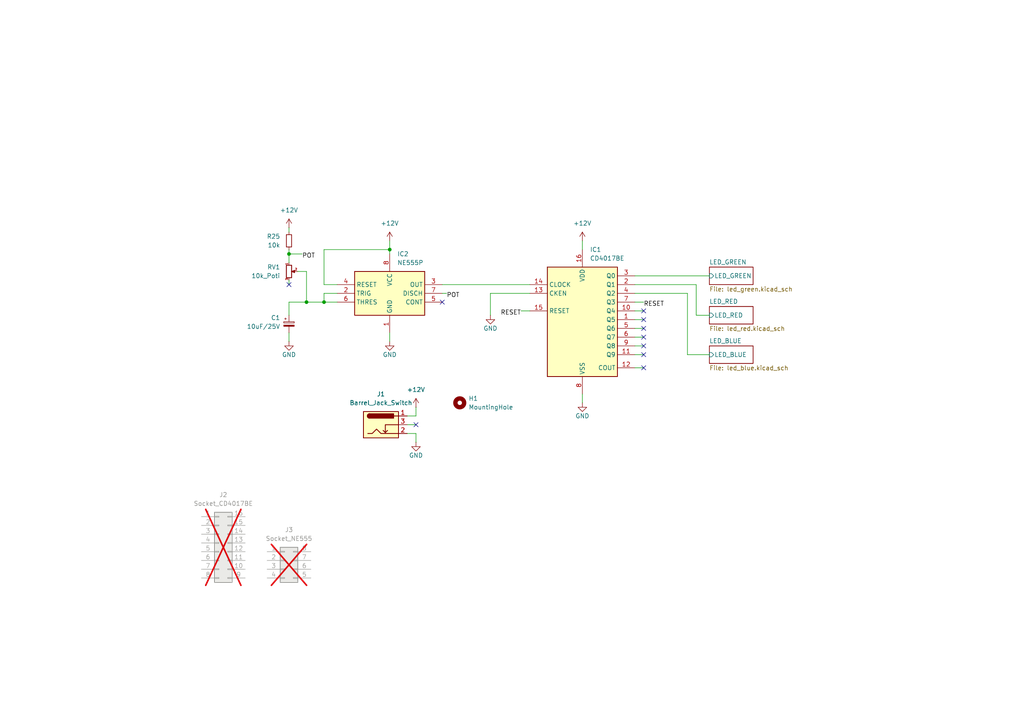
<source format=kicad_sch>
(kicad_sch (version 20231120) (generator "eeschema") (generator_version "8.0")
  (paper "A4")
  (lib_symbols
    (symbol "Connector:Barrel_Jack_Switch" (pin_names hide)
      (property "Reference" "J" (at 0 5.334 0))
      (property "Value" "Barrel_Jack_Switch" (at 0 -5.08 0))
      (symbol "Barrel_Jack_Switch_0_1"
        (rectangle (start -5.08 3.81) (end 5.08 -3.81) (stroke (width 0.254)) (fill (type background)))
        (arc (start -3.302 3.175) (mid -3.9343 2.54) (end -3.302 1.905) (stroke (width 0.254)))
        (arc (start -3.302 3.175) (mid -3.9343 2.54) (end -3.302 1.905) (stroke (width 0.254)) (fill (type outline)))
        (polyline (pts (xy 1.27 -2.286) (xy 1.905 -1.651)) (stroke (width 0.254)))
        (polyline (pts (xy 5.08 2.54) (xy 3.81 2.54)) (stroke (width 0.254)))
        (polyline (pts (xy 5.08 0) (xy 1.27 0) (xy 1.27 -2.286) (xy 0.635 -1.651)) (stroke (width 0.254)))
        (polyline (pts (xy -3.81 -2.54) (xy -2.54 -2.54) (xy -1.27 -1.27) (xy 0 -2.54) (xy 2.54 -2.54) (xy 5.08 -2.54)) (stroke (width 0.254)))
        (rectangle (start 3.683 3.175) (end -3.302 1.905) (stroke (width 0.254)) (fill (type outline)))
      )
      (symbol "Barrel_Jack_Switch_1_1"
        (pin passive line (at 7.62 2.54 180) (length 2.54) (name "~") (number "1"))
        (pin passive line (at 7.62 -2.54 180) (length 2.54) (name "~") (number "2"))
        (pin passive line (at 7.62 0 180) (length 2.54) (name "~") (number "3"))
      )
    )
    (symbol "Connector_Generic:Conn_02x04_Counter_Clockwise" (pin_names (offset 1.016) hide)
      (property "Reference" "J" (at 1.27 5.08 0))
      (property "Value" "Conn_02x04_Counter_Clockwise" (at 1.27 -7.62 0))
      (symbol "Conn_02x04_Counter_Clockwise_1_1"
        (rectangle (start -1.27 -4.953) (end 0 -5.207) (stroke (width 0.1524)))
        (rectangle (start -1.27 -2.413) (end 0 -2.667) (stroke (width 0.1524)))
        (rectangle (start -1.27 0.127) (end 0 -0.127) (stroke (width 0.1524)))
        (rectangle (start -1.27 2.667) (end 0 2.413) (stroke (width 0.1524)))
        (rectangle (start -1.27 3.81) (end 3.81 -6.35) (stroke (width 0.254)) (fill (type background)))
        (rectangle (start 3.81 -4.953) (end 2.54 -5.207) (stroke (width 0.1524)))
        (rectangle (start 3.81 -2.413) (end 2.54 -2.667) (stroke (width 0.1524)))
        (rectangle (start 3.81 0.127) (end 2.54 -0.127) (stroke (width 0.1524)))
        (rectangle (start 3.81 2.667) (end 2.54 2.413) (stroke (width 0.1524)))
        (pin passive line (at -5.08 2.54 0) (length 3.81) (name "Pin_1") (number "1"))
        (pin passive line (at -5.08 0 0) (length 3.81) (name "Pin_2") (number "2"))
        (pin passive line (at -5.08 -2.54 0) (length 3.81) (name "Pin_3") (number "3"))
        (pin passive line (at -5.08 -5.08 0) (length 3.81) (name "Pin_4") (number "4"))
        (pin passive line (at 7.62 -5.08 180) (length 3.81) (name "Pin_5") (number "5"))
        (pin passive line (at 7.62 -2.54 180) (length 3.81) (name "Pin_6") (number "6"))
        (pin passive line (at 7.62 0 180) (length 3.81) (name "Pin_7") (number "7"))
        (pin passive line (at 7.62 2.54 180) (length 3.81) (name "Pin_8") (number "8"))
      )
    )
    (symbol "Connector_Generic:Conn_02x08_Counter_Clockwise" (pin_names (offset 1.016) hide)
      (property "Reference" "J" (at 1.27 10.16 0))
      (property "Value" "Conn_02x08_Counter_Clockwise" (at 1.27 -12.7 0))
      (symbol "Conn_02x08_Counter_Clockwise_1_1"
        (rectangle (start -1.27 -10.033) (end 0 -10.287) (stroke (width 0.1524)))
        (rectangle (start -1.27 -7.493) (end 0 -7.747) (stroke (width 0.1524)))
        (rectangle (start -1.27 -4.953) (end 0 -5.207) (stroke (width 0.1524)))
        (rectangle (start -1.27 -2.413) (end 0 -2.667) (stroke (width 0.1524)))
        (rectangle (start -1.27 0.127) (end 0 -0.127) (stroke (width 0.1524)))
        (rectangle (start -1.27 2.667) (end 0 2.413) (stroke (width 0.1524)))
        (rectangle (start -1.27 5.207) (end 0 4.953) (stroke (width 0.1524)))
        (rectangle (start -1.27 7.747) (end 0 7.493) (stroke (width 0.1524)))
        (rectangle (start -1.27 8.89) (end 3.81 -11.43) (stroke (width 0.254)) (fill (type background)))
        (rectangle (start 3.81 -10.033) (end 2.54 -10.287) (stroke (width 0.1524)))
        (rectangle (start 3.81 -7.493) (end 2.54 -7.747) (stroke (width 0.1524)))
        (rectangle (start 3.81 -4.953) (end 2.54 -5.207) (stroke (width 0.1524)))
        (rectangle (start 3.81 -2.413) (end 2.54 -2.667) (stroke (width 0.1524)))
        (rectangle (start 3.81 0.127) (end 2.54 -0.127) (stroke (width 0.1524)))
        (rectangle (start 3.81 2.667) (end 2.54 2.413) (stroke (width 0.1524)))
        (rectangle (start 3.81 5.207) (end 2.54 4.953) (stroke (width 0.1524)))
        (rectangle (start 3.81 7.747) (end 2.54 7.493) (stroke (width 0.1524)))
        (pin passive line (at -5.08 7.62 0) (length 3.81) (name "Pin_1") (number "1"))
        (pin passive line (at 7.62 -7.62 180) (length 3.81) (name "Pin_10") (number "10"))
        (pin passive line (at 7.62 -5.08 180) (length 3.81) (name "Pin_11") (number "11"))
        (pin passive line (at 7.62 -2.54 180) (length 3.81) (name "Pin_12") (number "12"))
        (pin passive line (at 7.62 0 180) (length 3.81) (name "Pin_13") (number "13"))
        (pin passive line (at 7.62 2.54 180) (length 3.81) (name "Pin_14") (number "14"))
        (pin passive line (at 7.62 5.08 180) (length 3.81) (name "Pin_15") (number "15"))
        (pin passive line (at 7.62 7.62 180) (length 3.81) (name "Pin_16") (number "16"))
        (pin passive line (at -5.08 5.08 0) (length 3.81) (name "Pin_2") (number "2"))
        (pin passive line (at -5.08 2.54 0) (length 3.81) (name "Pin_3") (number "3"))
        (pin passive line (at -5.08 0 0) (length 3.81) (name "Pin_4") (number "4"))
        (pin passive line (at -5.08 -2.54 0) (length 3.81) (name "Pin_5") (number "5"))
        (pin passive line (at -5.08 -5.08 0) (length 3.81) (name "Pin_6") (number "6"))
        (pin passive line (at -5.08 -7.62 0) (length 3.81) (name "Pin_7") (number "7"))
        (pin passive line (at -5.08 -10.16 0) (length 3.81) (name "Pin_8") (number "8"))
        (pin passive line (at 7.62 -10.16 180) (length 3.81) (name "Pin_9") (number "9"))
      )
    )
    (symbol "Device:C_Polarized_Small" (pin_numbers hide) (pin_names (offset 0.254) hide)
      (property "Reference" "C" (at 0.254 1.778 0))
      (property "Value" "C_Polarized_Small" (at 0.254 -2.032 0))
      (symbol "C_Polarized_Small_0_1"
        (rectangle (start -1.524 -0.3048) (end 1.524 -0.6858) (fill (type outline)))
        (rectangle (start -1.524 0.6858) (end 1.524 0.3048))
        (polyline (pts (xy -1.27 1.524) (xy -0.762 1.524)))
        (polyline (pts (xy -1.016 1.27) (xy -1.016 1.778)))
      )
      (symbol "C_Polarized_Small_1_1"
        (pin passive line (at 0 2.54 270) (length 1.8542) (name "~") (number "1"))
        (pin passive line (at 0 -2.54 90) (length 1.8542) (name "~") (number "2"))
      )
    )
    (symbol "Device:R_Potentiometer_Small" (pin_names (offset 1.016) hide)
      (property "Reference" "RV" (at -4.445 0 90))
      (property "Value" "R_Potentiometer_Small" (at -2.54 0 90))
      (symbol "R_Potentiometer_Small_0_1"
        (polyline (pts (xy 0.889 0) (xy 0.635 0) (xy 1.651 0.381) (xy 1.651 -0.381) (xy 0.635 0) (xy 0.889 0)) (fill (type outline)))
        (rectangle (start 0.762 1.8034) (end -0.762 -1.8034) (stroke (width 0.254)))
      )
      (symbol "R_Potentiometer_Small_1_1"
        (pin passive line (at 0 2.54 270) (length 0.635) (name "1") (number "1"))
        (pin passive line (at 2.54 0 180) (length 0.9906) (name "2") (number "2"))
        (pin passive line (at 0 -2.54 90) (length 0.635) (name "3") (number "3"))
      )
    )
    (symbol "Device:R_Small" (pin_numbers hide) (pin_names (offset 0.254) hide)
      (property "Reference" "R" (at 0.762 0.508 0))
      (property "Value" "R_Small" (at 0.762 -1.016 0))
      (symbol "R_Small_0_1"
        (rectangle (start -0.762 1.778) (end 0.762 -1.778) (stroke (width 0.2032)))
      )
      (symbol "R_Small_1_1"
        (pin passive line (at 0 2.54 270) (length 0.762) (name "~") (number "1"))
        (pin passive line (at 0 -2.54 90) (length 0.762) (name "~") (number "2"))
      )
    )
    (symbol "Mechanical:MountingHole" (pin_names (offset 1.016)) (exclude_from_sim yes) (in_bom no)
      (property "Reference" "H" (at 0 5.08 0))
      (property "Value" "MountingHole" (at 0 3.175 0))
      (symbol "MountingHole_0_1"
        (circle (center 0 0) (radius 1.27) (stroke (width 1.27)))
      )
    )
    (symbol "ProjectSymbols:CD4017BE"
      (property "Reference" "IC" (at 34.29 7.62 0))
      (property "Value" "CD4017BE" (at 34.29 5.08 0))
      (symbol "CD4017BE_1_1"
        (rectangle (start 15.24 2.54) (end 35.56 -29.21) (stroke (width 0.254)) (fill (type background)))
        (pin passive line (at 40.64 -12.7 180) (length 5.08) (name "Q5") (number "1"))
        (pin passive line (at 40.64 -10.16 180) (length 5.08) (name "Q4") (number "10"))
        (pin passive line (at 40.64 -22.86 180) (length 5.08) (name "Q9") (number "11"))
        (pin passive line (at 40.64 -26.67 180) (length 5.08) (name "COUT") (number "12"))
        (pin passive line (at 10.16 -5.08 0) (length 5.08) (name "CKEN") (number "13"))
        (pin passive line (at 10.16 -2.54 0) (length 5.08) (name "CLOCK") (number "14"))
        (pin passive line (at 10.16 -10.16 0) (length 5.08) (name "RESET") (number "15"))
        (pin passive line (at 25.4 7.62 270) (length 5.08) (name "VDD") (number "16"))
        (pin passive line (at 40.64 -2.54 180) (length 5.08) (name "Q1") (number "2"))
        (pin passive line (at 40.64 0 180) (length 5.08) (name "Q0") (number "3"))
        (pin passive line (at 40.64 -5.08 180) (length 5.08) (name "Q2") (number "4"))
        (pin passive line (at 40.64 -15.24 180) (length 5.08) (name "Q6") (number "5"))
        (pin passive line (at 40.64 -17.78 180) (length 5.08) (name "Q7") (number "6"))
        (pin passive line (at 40.64 -7.62 180) (length 5.08) (name "Q3") (number "7"))
        (pin passive line (at 25.4 -34.29 90) (length 5.08) (name "VSS") (number "8"))
        (pin passive line (at 40.64 -20.32 180) (length 5.08) (name "Q8") (number "9"))
      )
    )
    (symbol "ProjectSymbols:NE555P"
      (property "Reference" "IC2" (at 2.1941 11.43 0))
      (property "Value" "NE555P" (at 2.1941 8.89 0))
      (symbol "NE555P_1_1"
        (rectangle (start -10.16 6.35) (end 10.16 -6.35) (stroke (width 0.254)) (fill (type background)))
        (pin passive line (at 0 -11.43 90) (length 5.08) (name "GND") (number "1"))
        (pin passive line (at -15.24 0 0) (length 5.08) (name "TRIG") (number "2"))
        (pin passive line (at 15.24 2.54 180) (length 5.08) (name "OUT") (number "3"))
        (pin passive line (at -15.24 2.54 0) (length 5.08) (name "RESET") (number "4"))
        (pin passive line (at 15.24 -2.54 180) (length 5.08) (name "CONT") (number "5"))
        (pin passive line (at -15.24 -2.54 0) (length 5.08) (name "THRES") (number "6"))
        (pin passive line (at 15.24 0 180) (length 5.08) (name "DISCH") (number "7"))
        (pin passive line (at 0 11.43 270) (length 5.08) (name "VCC") (number "8"))
      )
    )
    (symbol "power:+12V" (power) (pin_numbers hide) (pin_names (offset 0) hide)
      (property "Value" "+12V" (at 0 3.556 0))
      (symbol "+12V_0_1"
        (polyline (pts (xy -0.762 1.27) (xy 0 2.54)))
        (polyline (pts (xy 0 0) (xy 0 2.54)))
        (polyline (pts (xy 0 2.54) (xy 0.762 1.27)))
      )
      (symbol "+12V_1_1"
        (pin power_in line (at 0 0 90) (length 0) (name "~") (number "1"))
      )
    )
    (symbol "power:GND" (power) (pin_numbers hide) (pin_names (offset 0) hide)
      (property "Value" "GND" (at 0 -3.81 0))
      (symbol "GND_0_1"
        (polyline (pts (xy 0 0) (xy 0 -1.27) (xy 1.27 -1.27) (xy 0 -2.54) (xy -1.27 -1.27) (xy 0 -1.27)))
      )
      (symbol "GND_1_1"
        (pin power_in line (at 0 0 270) (length 0) (name "~") (number "1"))
      )
    )
  )
  (junction (at 88.9 87.63))
  (junction (at 113.03 72.39))
  (junction (at 83.82 73.66))
  (junction (at 93.98 87.63))
  (no_connect (at 186.69 90.17))
  (no_connect (at 186.69 102.87))
  (no_connect (at 83.82 82.55))
  (no_connect (at 186.69 97.79))
  (no_connect (at 120.65 123.19))
  (no_connect (at 186.69 95.25))
  (no_connect (at 186.69 100.33))
  (no_connect (at 186.69 106.68))
  (no_connect (at 186.69 92.71))
  (no_connect (at 128.27 87.63))
  (wire (pts (xy 184.15 100.33) (xy 186.69 100.33)))
  (wire (pts (xy 120.65 118.11) (xy 120.65 120.65)))
  (wire (pts (xy 184.15 90.17) (xy 186.69 90.17)))
  (wire (pts (xy 129.54 85.09) (xy 128.27 85.09)))
  (wire (pts (xy 168.91 69.85) (xy 168.91 72.39)))
  (wire (pts (xy 93.98 82.55) (xy 97.79 82.55)))
  (wire (pts (xy 88.9 78.74) (xy 86.36 78.74)))
  (wire (pts (xy 113.03 69.85) (xy 113.03 72.39)))
  (wire (pts (xy 113.03 72.39) (xy 113.03 73.66)))
  (wire (pts (xy 113.03 99.06) (xy 113.03 96.52)))
  (wire (pts (xy 93.98 72.39) (xy 113.03 72.39)))
  (wire (pts (xy 88.9 87.63) (xy 88.9 78.74)))
  (wire (pts (xy 199.39 85.09) (xy 199.39 102.87)))
  (wire (pts (xy 83.82 73.66) (xy 87.63 73.66)))
  (wire (pts (xy 118.11 123.19) (xy 120.65 123.19)))
  (wire (pts (xy 83.82 96.52) (xy 83.82 99.06)))
  (wire (pts (xy 184.15 80.01) (xy 205.74 80.01)))
  (wire (pts (xy 93.98 85.09) (xy 93.98 87.63)))
  (wire (pts (xy 184.15 92.71) (xy 186.69 92.71)))
  (wire (pts (xy 186.69 87.63) (xy 184.15 87.63)))
  (wire (pts (xy 151.13 90.17) (xy 153.67 90.17)))
  (wire (pts (xy 83.82 72.39) (xy 83.82 73.66)))
  (wire (pts (xy 97.79 87.63) (xy 93.98 87.63)))
  (wire (pts (xy 93.98 82.55) (xy 93.98 72.39)))
  (wire (pts (xy 88.9 87.63) (xy 93.98 87.63)))
  (wire (pts (xy 83.82 73.66) (xy 83.82 76.2)))
  (wire (pts (xy 184.15 97.79) (xy 186.69 97.79)))
  (wire (pts (xy 83.82 66.04) (xy 83.82 67.31)))
  (wire (pts (xy 142.24 91.44) (xy 142.24 85.09)))
  (wire (pts (xy 201.93 91.44) (xy 205.74 91.44)))
  (wire (pts (xy 88.9 87.63) (xy 83.82 87.63)))
  (wire (pts (xy 118.11 120.65) (xy 120.65 120.65)))
  (wire (pts (xy 201.93 82.55) (xy 201.93 91.44)))
  (wire (pts (xy 168.91 116.84) (xy 168.91 114.3)))
  (wire (pts (xy 199.39 102.87) (xy 205.74 102.87)))
  (wire (pts (xy 142.24 85.09) (xy 153.67 85.09)))
  (wire (pts (xy 128.27 82.55) (xy 153.67 82.55)))
  (wire (pts (xy 184.15 82.55) (xy 201.93 82.55)))
  (wire (pts (xy 83.82 82.55) (xy 83.82 81.28)))
  (wire (pts (xy 184.15 106.68) (xy 186.69 106.68)))
  (wire (pts (xy 83.82 87.63) (xy 83.82 91.44)))
  (wire (pts (xy 118.11 125.73) (xy 120.65 125.73)))
  (wire (pts (xy 184.15 95.25) (xy 186.69 95.25)))
  (wire (pts (xy 184.15 85.09) (xy 199.39 85.09)))
  (wire (pts (xy 97.79 85.09) (xy 93.98 85.09)))
  (wire (pts (xy 120.65 125.73) (xy 120.65 128.27)))
  (wire (pts (xy 184.15 102.87) (xy 186.69 102.87)))
  (label "RESET" (at 186.69 87.63 0))
  (label "RESET" (at 151.13 90.17 180))
  (label "POT" (at 129.54 85.09 0))
  (label "POT" (at 87.63 73.66 0))
  (symbol (lib_id "power:GND") (at 142.24 91.44 0) (unit 1)
    (property "Reference" "#PWR4" (effects (hide yes)))
    (property "Value" "GND" (at 142.24 95.25 0))
    (property "Description" "Power symbol creates a global label with name \"GND\" , ground" (effects (hide yes)))
  )
  (symbol (lib_id "ProjectSymbols:CD4017BE") (at 143.51 80.01 0) (unit 1)
    (property "Reference" "IC1" (at 171.1041 72.39 0) (effects (justify left)))
    (property "Value" "CD4017BE" (at 171.1041 74.93 0) (effects (justify left)))
    (property "Footprint" "ProjectFootprints:CD4017BE" (effects (hide yes)))
    (property "Datasheet" "http://www.ti.com/lit/gpn/cd4017b" (effects (hide yes)))
    (property "Description" "CMOS Decade Counter with 10 Decoded Outputs" (effects (hide yes)))
    (property "MNR" "595-CD4017BE " (effects (hide yes)))
    (property "LCSC" "C51898328" (effects (hide yes)))
  )
  (symbol (lib_id "ProjectSymbols:NE555P") (at 113.03 85.09 0) (unit 1)
    (property "Reference" "IC2" (at 115.2241 73.66 0) (effects (justify left)))
    (property "Value" "NE555P" (at 115.2241 76.2 0) (effects (justify left)))
    (property "Footprint" "ProjectFootprints:NE555P" (effects (hide yes)))
    (property "Datasheet" "https://www.ti.com/lit/gpn/ne555" (effects (hide yes)))
    (property "Description" "Precision timer,NE555P 0.5MHz DIL8 Texas Instruments NE555P, Precision Timer, 4.5  16 V, 8-Pin PDIP" (effects (hide yes)))
    (property "MNR" "595-NE555P" (effects (hide yes)))
    (property "LCSC" "C51927330" (effects (hide yes)))
  )
  (symbol (lib_id "Connector_Generic:Conn_02x04_Counter_Clockwise") (at 82.55 162.56 0) (unit 1) (exclude_from_sim yes) (on_board no) (dnp yes)
    (property "Reference" "J3" (at 83.82 153.67 0))
    (property "Value" "Socket_NE555" (at 83.82 156.21 0))
    (property "MNR" "571-1-2199298-2 " (effects (hide yes)))
    (property "LCSC" "C72124" (effects (hide yes)))
  )
  (symbol (lib_id "power:+12V") (at 168.91 69.85 0) (unit 1)
    (property "Reference" "#PWR3" (effects (hide yes)))
    (property "Value" "+12V" (at 168.91 64.77 0))
    (property "Description" "Power symbol creates a global label with name \"+12V\"" (effects (hide yes)))
  )
  (symbol (lib_id "power:+12V") (at 120.65 118.11 0) (unit 1)
    (property "Reference" "#PWR8" (effects (hide yes)))
    (property "Value" "+12V" (at 120.65 113.03 0))
    (property "Description" "Power symbol creates a global label with name \"+12V\"" (effects (hide yes)))
  )
  (symbol (lib_id "Connector:Barrel_Jack_Switch") (at 110.49 123.19 0) (unit 1)
    (property "Reference" "J1" (at 110.49 114.3 0))
    (property "Value" "Barrel_Jack_Switch" (at 110.49 116.84 0))
    (property "Footprint" "Connector_BarrelJack:BarrelJack_Horizontal" (effects (hide yes)))
    (property "Datasheet" "https://www.we-online.com/components/products/datasheet/694106301002.pdf" (effects (hide yes)))
    (property "Description" "DC Barrel Jack with an internal switch" (effects (hide yes)))
    (property "MNR" "710-694106301002 " (effects (hide yes)))
    (property "LCSC" "C3096082" (effects (hide yes)))
  )
  (symbol (lib_id "Device:C_Polarized_Small") (at 83.82 93.98 0) (unit 1)
    (property "Reference" "C1" (at 81.28 92.1638 0) (effects (justify right)))
    (property "Value" "10uF/25V" (at 81.28 94.7038 0) (effects (justify right)))
    (property "Footprint" "Capacitor_THT:CP_Radial_D4.0mm_P2.00mm" (effects (hide yes)))
    (property "Datasheet" "https://www.we-online.com/components/products/datasheet/860010472002.pdf" (effects (hide yes)))
    (property "Description" "Polarized capacitor, small symbol" (effects (hide yes)))
    (property "MNR" "710-860010472002" (effects (hide yes)))
    (property "LCSC" "C43347" (effects (hide yes)))
  )
  (symbol (lib_id "power:GND") (at 120.65 128.27 0) (unit 1)
    (property "Reference" "#PWR9" (effects (hide yes)))
    (property "Value" "GND" (at 120.65 132.08 0))
    (property "Description" "Power symbol creates a global label with name \"GND\" , ground" (effects (hide yes)))
  )
  (symbol (lib_id "Device:R_Small") (at 83.82 69.85 0) (unit 1)
    (property "Reference" "R25" (at 81.28 68.5799 0) (effects (justify right)))
    (property "Value" "10k" (at 81.28 71.1199 0) (effects (justify right)))
    (property "Footprint" "Resistor_THT:R_Axial_DIN0204_L3.6mm_D1.6mm_P7.62mm_Horizontal" (effects (hide yes)))
    (property "Datasheet" "https://eu.mouser.com/datasheet/3/508/1/YAGEO%20CFR_datasheet_2023v2.pdf" (effects (hide yes)))
    (property "Description" "Resistor, small symbol" (effects (hide yes)))
    (property "MNR" "603-CFR100JR-52-10K" (effects (hide yes)))
    (property "LCSC" "C2903232" (effects (hide yes)))
  )
  (symbol (lib_id "Device:R_Potentiometer_Small") (at 83.82 78.74 0) (unit 1)
    (property "Reference" "RV1" (at 81.28 77.4699 0) (effects (justify right)))
    (property "Value" "10k_Poti" (at 81.28 80.0099 0) (effects (justify right)))
    (property "Footprint" "Potentiometer_THT:Potentiometer_Runtron_RM-065_Vertical" (effects (hide yes)))
    (property "Datasheet" "https://eu.mouser.com/datasheet/3/6118/1/ptn06.pdf" (effects (hide yes)))
    (property "Description" "Potentiometer" (effects (hide yes)))
    (property "MNR" "179-PTN06-B10CB20-H " (effects (hide yes)))
    (property "LCSC" "C5205021" (effects (hide yes)))
  )
  (symbol (lib_id "power:+12V") (at 113.03 69.85 0) (unit 1)
    (property "Reference" "#PWR2" (effects (hide yes)))
    (property "Value" "+12V" (at 113.03 64.77 0))
    (property "Description" "Power symbol creates a global label with name \"+12V\"" (effects (hide yes)))
  )
  (symbol (lib_id "power:GND") (at 168.91 116.84 0) (unit 1)
    (property "Reference" "#PWR7" (effects (hide yes)))
    (property "Value" "GND" (at 168.91 120.65 0))
    (property "Description" "Power symbol creates a global label with name \"GND\" , ground" (effects (hide yes)))
  )
  (symbol (lib_id "Mechanical:MountingHole") (at 133.35 116.84 0) (unit 1) (exclude_from_sim yes) (in_bom no)
    (property "Reference" "H1" (at 135.89 115.5699 0) (effects (justify left)))
    (property "Value" "MountingHole" (at 135.89 118.1099 0) (effects (justify left)))
    (property "Footprint" "MountingHole:MountingHole_3.2mm_M3" (effects (hide yes)))
    (property "Description" "Mounting Hole without connection" (effects (hide yes)))
  )
  (symbol (lib_id "power:GND") (at 113.03 99.06 0) (unit 1)
    (property "Reference" "#PWR6" (effects (hide yes)))
    (property "Value" "GND" (at 113.03 102.87 0))
    (property "Description" "Power symbol creates a global label with name \"GND\" , ground" (effects (hide yes)))
  )
  (symbol (lib_id "Connector_Generic:Conn_02x08_Counter_Clockwise") (at 63.5 157.48 0) (unit 1) (exclude_from_sim yes) (on_board no) (dnp yes)
    (property "Reference" "J2" (at 64.77 143.51 0))
    (property "Value" "Socket_CD4017BE" (at 64.77 146.05 0))
    (property "MNR" "571-1-2199298-4 " (effects (hide yes)))
    (property "LCSC" "C2326" (effects (hide yes)))
  )
  (symbol (lib_id "power:GND") (at 83.82 99.06 0) (unit 1)
    (property "Reference" "#PWR5" (effects (hide yes)))
    (property "Value" "GND" (at 83.82 102.87 0))
    (property "Description" "Power symbol creates a global label with name \"GND\" , ground" (effects (hide yes)))
  )
  (symbol (lib_id "power:+12V") (at 83.82 66.04 0) (unit 1)
    (property "Reference" "#PWR1" (effects (hide yes)))
    (property "Value" "+12V" (at 83.82 60.96 0))
    (property "Description" "Power symbol creates a global label with name \"+12V\"" (effects (hide yes)))
  )
  (sheet (at 205.74 88.9) (size 12.7 5.08) (stroke (width 0.1524))
    (property "Sheetname" "LED_RED" (at 205.74 88.1884 0) (effects (justify left bottom)))
    (property "Sheetfile" "led_red.kicad_sch" (at 205.74 94.5646 0) (effects (justify left top)))
    (pin "LED_RED" input (at 205.74 91.44 180))
  )
  (sheet (at 205.74 100.33) (size 12.7 5.08) (stroke (width 0.1524))
    (property "Sheetname" "LED_BLUE" (at 205.74 99.6184 0) (effects (justify left bottom)))
    (property "Sheetfile" "led_blue.kicad_sch" (at 205.74 105.9946 0) (effects (justify left top)))
    (pin "LED_BLUE" input (at 205.74 102.87 180))
  )
  (sheet (at 205.74 77.47) (size 12.7 5.08) (stroke (width 0.1524))
    (property "Sheetname" "LED_GREEN" (at 205.74 76.7584 0) (effects (justify left bottom)))
    (property "Sheetfile" "led_green.kicad_sch" (at 205.74 83.1346 0) (effects (justify left top)))
    (pin "LED_GREEN" input (at 205.74 80.01 180))
  )
)
</source>
